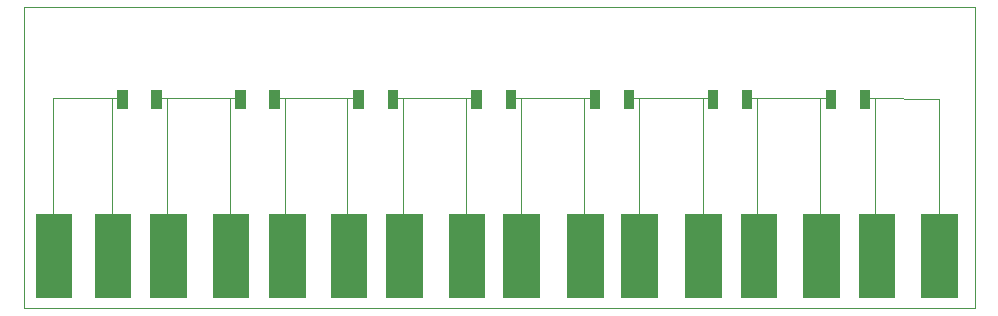
<source format=gbr>
%FSLAX55Y55*%
%MOMM*%
%ADD10C,0.00254000*%
%IPPOS*%
%LPD*%
G75*
G54D10*
G01X803229Y1938659D02*
X803229Y1788659D01*
X883229Y1788659D01*
X883229Y1938659D01*
X803229Y1938659D01*
G36*
G01X803229Y1788659D02*
G01X883229Y1788659D01*
G01X883229Y1938659D01*
G01X803229Y1938659D01*
G37*
G01X1093755Y1938659D02*
X1093755Y1788659D01*
X1173755Y1788659D01*
X1173755Y1938659D01*
X1093755Y1938659D01*
G36*
G01X1093755Y1788659D02*
G01X1173755Y1788659D01*
G01X1173755Y1938659D01*
G01X1093755Y1938659D01*
G37*
G01X1804808Y1938659D02*
X1804808Y1788659D01*
X1884808Y1788659D01*
X1884808Y1938659D01*
X1804808Y1938659D01*
G36*
G01X1804808Y1788659D02*
G01X1884808Y1788659D01*
G01X1884808Y1938659D01*
G01X1804808Y1938659D01*
G37*
G01X2093229Y1938659D02*
X2093229Y1788659D01*
X2173229Y1788659D01*
X2173229Y1938659D01*
X2093229Y1938659D01*
G36*
G01X2093229Y1788659D02*
G01X2173229Y1788659D01*
G01X2173229Y1938659D01*
G01X2093229Y1938659D01*
G37*
G01X2802703Y1938659D02*
X2802703Y1788659D01*
X2882703Y1788659D01*
X2882703Y1938659D01*
X2802703Y1938659D01*
G36*
G01X2802703Y1788659D02*
G01X2882703Y1788659D01*
G01X2882703Y1938659D01*
G01X2802703Y1938659D01*
G37*
G01X3093229Y1938659D02*
X3093229Y1788659D01*
X3173229Y1788659D01*
X3173229Y1938659D01*
X3093229Y1938659D01*
G36*
G01X3093229Y1788659D02*
G01X3173229Y1788659D01*
G01X3173229Y1938659D01*
G01X3093229Y1938659D01*
G37*
G01X3803229Y1938659D02*
X3803229Y1788659D01*
X3883229Y1788659D01*
X3883229Y1938659D01*
X3803229Y1938659D01*
G36*
G01X3803229Y1788659D02*
G01X3883229Y1788659D01*
G01X3883229Y1938659D01*
G01X3803229Y1938659D01*
G37*
G01X4093229Y1938659D02*
X4093229Y1788659D01*
X4173229Y1788659D01*
X4173229Y1938659D01*
X4093229Y1938659D01*
G36*
G01X4093229Y1788659D02*
G01X4173229Y1788659D01*
G01X4173229Y1938659D01*
G01X4093229Y1938659D01*
G37*
G01X4803229Y1938659D02*
X4803229Y1788659D01*
X4883229Y1788659D01*
X4883229Y1938659D01*
X4803229Y1938659D01*
G36*
G01X4803229Y1788659D02*
G01X4883229Y1788659D01*
G01X4883229Y1938659D01*
G01X4803229Y1938659D01*
G37*
G01X5093229Y1938659D02*
X5093229Y1788659D01*
X5173229Y1788659D01*
X5173229Y1938659D01*
X5093229Y1938659D01*
G36*
G01X5093229Y1788659D02*
G01X5173229Y1788659D01*
G01X5173229Y1938659D01*
G01X5093229Y1938659D01*
G37*
G01X5803229Y1938659D02*
X5803229Y1788659D01*
X5883229Y1788659D01*
X5883229Y1938659D01*
X5803229Y1938659D01*
G36*
G01X5803229Y1788659D02*
G01X5883229Y1788659D01*
G01X5883229Y1938659D01*
G01X5803229Y1938659D01*
G37*
G01X6093229Y1938659D02*
X6093229Y1788659D01*
X6173229Y1788659D01*
X6173229Y1938659D01*
X6093229Y1938659D01*
G36*
G01X6093229Y1788659D02*
G01X6173229Y1788659D01*
G01X6173229Y1938659D01*
G01X6093229Y1938659D01*
G37*
G01X6803229Y1938659D02*
X6803229Y1788659D01*
X6883229Y1788659D01*
X6883229Y1938659D01*
X6803229Y1938659D01*
G36*
G01X6803229Y1788659D02*
G01X6883229Y1788659D01*
G01X6883229Y1938659D01*
G01X6803229Y1938659D01*
G37*
G01X7093229Y1938659D02*
X7093229Y1788659D01*
X7173229Y1788659D01*
X7173229Y1938659D01*
X7093229Y1938659D01*
G36*
G01X7093229Y1788659D02*
G01X7173229Y1788659D01*
G01X7173229Y1938659D01*
G01X7093229Y1938659D01*
G37*
G01X113229Y888659D02*
X113229Y188659D01*
X413229Y188659D01*
X413229Y888659D01*
X113229Y888659D01*
G36*
G01X113229Y188659D02*
G01X413229Y188659D01*
G01X413229Y888659D01*
G01X113229Y888659D01*
G37*
G01X613229Y888659D02*
X613229Y188659D01*
X913229Y188659D01*
X913229Y888659D01*
X613229Y888659D01*
G36*
G01X613229Y188659D02*
G01X913229Y188659D01*
G01X913229Y888659D01*
G01X613229Y888659D01*
G37*
G01X1083229Y888659D02*
X1083229Y188659D01*
X1383229Y188659D01*
X1383229Y888659D01*
X1083229Y888659D01*
G36*
G01X1083229Y188659D02*
G01X1383229Y188659D01*
G01X1383229Y888659D01*
G01X1083229Y888659D01*
G37*
G01X1613229Y888659D02*
X1613229Y188659D01*
X1913229Y188659D01*
X1913229Y888659D01*
X1613229Y888659D01*
G36*
G01X1613229Y188659D02*
G01X1913229Y188659D01*
G01X1913229Y888659D01*
G01X1613229Y888659D01*
G37*
G01X2093229Y888659D02*
X2093229Y188659D01*
X2393229Y188659D01*
X2393229Y888659D01*
X2093229Y888659D01*
G36*
G01X2093229Y188659D02*
G01X2393229Y188659D01*
G01X2393229Y888659D01*
G01X2093229Y888659D01*
G37*
G01X2613229Y888659D02*
X2613229Y188659D01*
X2913229Y188659D01*
X2913229Y888659D01*
X2613229Y888659D01*
G36*
G01X2613229Y188659D02*
G01X2913229Y188659D01*
G01X2913229Y888659D01*
G01X2613229Y888659D01*
G37*
G01X3083229Y888659D02*
X3083229Y188659D01*
X3383229Y188659D01*
X3383229Y888659D01*
X3083229Y888659D01*
G36*
G01X3083229Y188659D02*
G01X3383229Y188659D01*
G01X3383229Y888659D01*
G01X3083229Y888659D01*
G37*
G01X3613229Y888659D02*
X3613229Y188659D01*
X3913229Y188659D01*
X3913229Y888659D01*
X3613229Y888659D01*
G36*
G01X3613229Y188659D02*
G01X3913229Y188659D01*
G01X3913229Y888659D01*
G01X3613229Y888659D01*
G37*
G01X4073229Y888659D02*
X4073229Y188659D01*
X4373229Y188659D01*
X4373229Y888659D01*
X4073229Y888659D01*
G36*
G01X4073229Y188659D02*
G01X4373229Y188659D01*
G01X4373229Y888659D01*
G01X4073229Y888659D01*
G37*
G01X4613229Y888659D02*
X4613229Y188659D01*
X4913229Y188659D01*
X4913229Y888659D01*
X4613229Y888659D01*
G36*
G01X4613229Y188659D02*
G01X4913229Y188659D01*
G01X4913229Y888659D01*
G01X4613229Y888659D01*
G37*
G01X6083229Y888659D02*
X6083229Y188659D01*
X6383229Y188659D01*
X6383229Y888659D01*
X6083229Y888659D01*
G36*
G01X6083229Y188659D02*
G01X6383229Y188659D01*
G01X6383229Y888659D01*
G01X6083229Y888659D01*
G37*
G01X6613229Y888659D02*
X6613229Y188659D01*
X6913229Y188659D01*
X6913229Y888659D01*
X6613229Y888659D01*
G36*
G01X6613229Y188659D02*
G01X6913229Y188659D01*
G01X6913229Y888659D01*
G01X6613229Y888659D01*
G37*
G01X5073229Y888659D02*
X5073229Y188659D01*
X5373229Y188659D01*
X5373229Y888659D01*
X5073229Y888659D01*
G36*
G01X5073229Y188659D02*
G01X5373229Y188659D01*
G01X5373229Y888659D01*
G01X5073229Y888659D01*
G37*
G01X5613229Y888659D02*
X5613229Y188659D01*
X5913229Y188659D01*
X5913229Y888659D01*
X5613229Y888659D01*
G36*
G01X5613229Y188659D02*
G01X5913229Y188659D01*
G01X5913229Y888659D01*
G01X5613229Y888659D01*
G37*
G01X7083229Y888659D02*
X7083229Y188659D01*
X7383229Y188659D01*
X7383229Y888659D01*
X7083229Y888659D01*
G36*
G01X7083229Y188659D02*
G01X7383229Y188659D01*
G01X7383229Y888659D01*
G01X7083229Y888659D01*
G37*
G01X7613230Y888659D02*
X7613230Y188659D01*
X7913229Y188659D01*
X7913229Y888659D01*
X7613230Y888659D01*
G36*
G01X7613230Y188659D02*
G01X7913229Y188659D01*
G01X7913229Y888659D01*
G01X7613230Y888659D01*
G37*
G01X263229Y1868658D02*
X803229Y1868658D01*
G01X263229Y1868658D02*
X263229Y1868658D01*
X263229Y888658D01*
G01X263229Y1868658D02*
X263229Y1868658D01*
G01X763229Y1868658D02*
X763229Y888658D01*
G01X763229Y1868658D02*
X763229Y1868658D01*
G01X1803756Y1868658D02*
X1173755Y1868658D01*
G01X1803756Y1868658D02*
X1803756Y1868658D01*
G01X2803229Y1868658D02*
X2173229Y1868658D01*
G01X2803229Y1868658D02*
X2803229Y1868658D01*
G01X3803229Y1868658D02*
X3173229Y1868658D01*
G01X3803229Y1868658D02*
X3803229Y1868658D01*
G01X4803229Y1868658D02*
X4173229Y1868658D01*
G01X4803229Y1868658D02*
X4803229Y1868658D01*
G01X5803229Y1868658D02*
X5173229Y1868658D01*
G01X5803229Y1868658D02*
X5803229Y1868658D01*
G01X6803229Y1868658D02*
X6173229Y1868658D01*
G01X6803229Y1868658D02*
X6803229Y1868658D01*
G01X7763230Y1863658D02*
X7763230Y888658D01*
G01X7763230Y1863658D02*
X7763230Y1863658D01*
X7173229Y1868658D01*
G01X7763230Y1863658D02*
X7763230Y1863658D01*
G01X1763229Y1868658D02*
X1763229Y888658D01*
G01X1763229Y1868658D02*
X1763229Y1868658D01*
G01X2222703Y1868658D02*
X2222703Y888658D01*
G01X2222703Y1868658D02*
X2222703Y1868658D01*
G01X2753229Y1868658D02*
X2753229Y888658D01*
G01X2753229Y1868658D02*
X2753229Y1868658D01*
G01X1223229Y1868658D02*
X1223229Y888658D01*
G01X1223229Y1868658D02*
X1223229Y1868658D01*
G01X3223229Y1868658D02*
X3223229Y888658D01*
G01X3223229Y1868658D02*
X3223229Y1868658D01*
G01X3753229Y1868658D02*
X3753229Y888658D01*
G01X3753229Y1868658D02*
X3753229Y1868658D01*
G01X4221925Y1868658D02*
X4221925Y888658D01*
G01X4221925Y1868658D02*
X4221925Y1868658D01*
G01X4753229Y1868658D02*
X4753229Y888658D01*
G01X4753229Y1868658D02*
X4753229Y1868658D01*
G01X5223229Y1868658D02*
X5223229Y888658D01*
G01X5223229Y1868658D02*
X5223229Y1868658D01*
G01X6223229Y1868658D02*
X6223229Y888658D01*
G01X6223229Y1868658D02*
X6223229Y1868658D01*
G01X6753229Y1868658D02*
X6753229Y888658D01*
G01X6753229Y1868658D02*
X6753229Y1868658D01*
G01X7223934Y1868229D02*
X7223229Y888658D01*
G01X7223934Y1868229D02*
X7223934Y1868229D01*
G01X5760922Y1868658D02*
X5763229Y888658D01*
G01X5760922Y1868658D02*
X5760922Y1868658D01*
G01X13229Y2638658D02*
X13229Y88659D01*
X8063229Y88659D01*
X8063229Y2638658D01*
X13229Y2638658D01*
M02*

</source>
